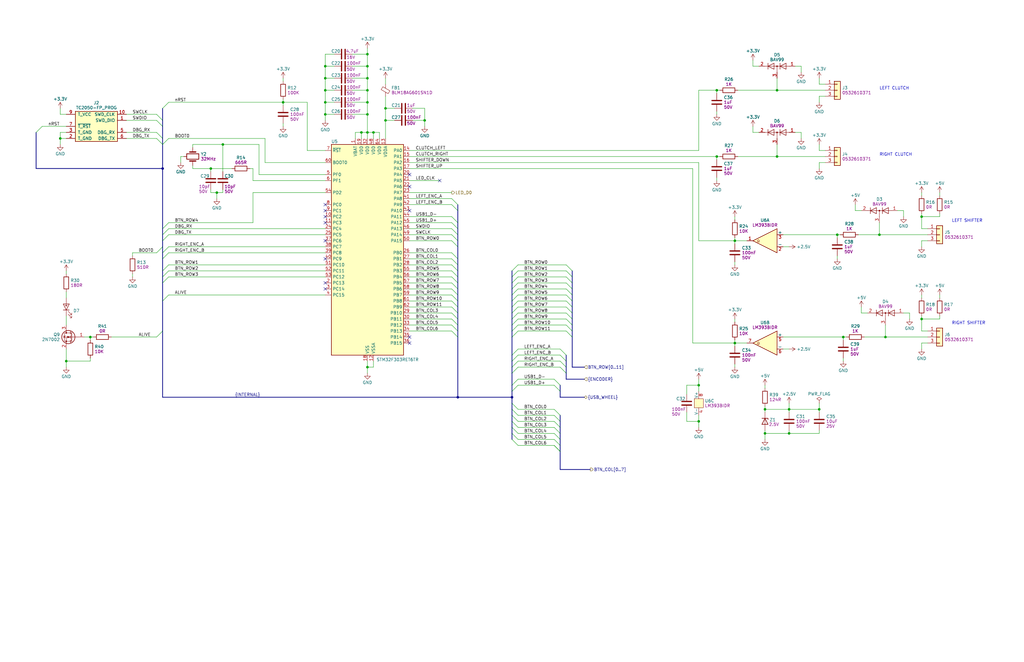
<source format=kicad_sch>
(kicad_sch (version 20230121) (generator eeschema)
  (paper "USLedger")
  (title_block (title "DIY GT Wheel Main Board") (date "2023-06-23") (rev "1.0a") (company "Electronya") (comment 1 "ENYA-SIMR-GTWL-PCMB"))
  (bus_alias "ENCODER" (members "LEFT_ENC_A" "LEFT_ENC_B" "RIGHT_ENC_A" "RIGHT_ENC_B"))
  (bus_alias "INTERNAL" (members "SWCLK" "SWDIO" "DBG_TX" "DBG_RX" "nRST" "BOOT0" "LEFT_ENC_A" "LEFT_ENC_B" "RIGHT_ENC_A" "RIGHT_ENC_B" "USB1_D+" "USB1_D-" "BTN_ROW0" "BTN_ROW1" "BTN_ROW2" "BTN_ROW3" "BTN_ROW4" "BTN_ROW5" "BTN_ROW6" "BTN_ROW7" "BTN_ROW8" "BTN_ROW9" "BTN_ROW10" "BTN_ROW11" "BTN_COL0" "BTN_COL1" "BTN_COL2" "BTN_COL3" "BTN_COL4" "BTN_COL5" "BTN_COL6" "BTN_COL07" "ALIVE"))
  (junction (at 154.94 43.18))
  (junction (at 322.58 172.72))
  (junction (at 137.16 38.1))
  (junction (at 388.62 134.62))
  (junction (at 215.9 167.64))
  (junction (at 162.56 45.72))
  (junction (at 193.04 167.64))
  (junction (at 91.44 81.28))
  (junction (at 154.94 33.02))
  (junction (at 154.94 154.94))
  (junction (at 137.16 43.18))
  (junction (at 327.66 38.1))
  (junction (at 370.84 99.06))
  (junction (at 27.94 152.4))
  (junction (at 294.64 162.56))
  (junction (at 137.16 33.02))
  (junction (at 309.88 144.78))
  (junction (at 88.9 71.12))
  (junction (at 38.1 142.24))
  (junction (at 154.94 27.94))
  (junction (at 309.88 101.6))
  (junction (at 302.26 66.04))
  (junction (at 388.62 91.44))
  (junction (at 353.06 99.06))
  (junction (at 332.74 172.72))
  (junction (at 137.16 48.26))
  (junction (at 154.94 48.26))
  (junction (at 157.48 55.88))
  (junction (at 322.58 182.88))
  (junction (at 373.38 142.24))
  (junction (at 68.58 71.12))
  (junction (at 119.38 43.18))
  (junction (at 93.98 60.96))
  (junction (at 152.4 55.88))
  (junction (at 25.4 58.42))
  (junction (at 355.6 142.24))
  (junction (at 345.44 172.72))
  (junction (at 327.66 66.04))
  (junction (at 154.94 38.1))
  (junction (at 154.94 22.86))
  (junction (at 294.64 177.8))
  (junction (at 137.16 27.94))
  (junction (at 162.56 50.8))
  (junction (at 302.26 38.1))
  (junction (at 179.07 50.8))
  (junction (at 332.74 182.88))
  (junction (at 154.94 55.88))
  (no_connect (at 172.72 73.66))
  (no_connect (at 172.72 144.78))
  (no_connect (at 137.16 119.38))
  (no_connect (at 137.16 91.44))
  (no_connect (at 172.72 78.74))
  (no_connect (at 137.16 101.6))
  (no_connect (at 137.16 88.9))
  (no_connect (at 137.16 109.22))
  (no_connect (at 137.16 86.36))
  (no_connect (at 172.72 142.24))
  (no_connect (at 137.16 121.92))
  (no_connect (at 172.72 88.9))
  (no_connect (at 185.42 76.2))
  (no_connect (at 137.16 93.98))
  (bus_entry (at 190.5 114.3) (size 2.54 2.54))
  (bus_entry (at 190.5 111.76) (size 2.54 2.54))
  (bus_entry (at 215.9 127) (size 2.54 -2.54))
  (bus_entry (at 71.12 114.3) (size -2.54 2.54))
  (bus_entry (at 215.9 170.18) (size 2.54 2.54))
  (bus_entry (at 190.5 119.38) (size 2.54 2.54))
  (bus_entry (at 66.04 142.24) (size 2.54 -2.54))
  (bus_entry (at 215.9 165.1) (size 2.54 -2.54))
  (bus_entry (at 238.76 139.7) (size 2.54 2.54))
  (bus_entry (at 215.9 177.8) (size 2.54 2.54))
  (bus_entry (at 233.68 187.96) (size 2.54 2.54))
  (bus_entry (at 190.5 101.6) (size 2.54 2.54))
  (bus_entry (at 215.9 172.72) (size 2.54 2.54))
  (bus_entry (at 190.5 99.06) (size 2.54 2.54))
  (bus_entry (at 66.04 55.88) (size 2.54 2.54))
  (bus_entry (at 190.5 83.82) (size 2.54 2.54))
  (bus_entry (at 215.9 162.56) (size 2.54 -2.54))
  (bus_entry (at 215.9 114.3) (size 2.54 -2.54))
  (bus_entry (at 236.22 147.32) (size 2.54 2.54))
  (bus_entry (at 215.9 154.94) (size 2.54 -2.54))
  (bus_entry (at 215.9 134.62) (size 2.54 -2.54))
  (bus_entry (at 71.12 104.14) (size -2.54 2.54))
  (bus_entry (at 215.9 129.54) (size 2.54 -2.54))
  (bus_entry (at 190.5 137.16) (size 2.54 2.54))
  (bus_entry (at 66.04 50.8) (size 2.54 2.54))
  (bus_entry (at 190.5 116.84) (size 2.54 2.54))
  (bus_entry (at 238.76 127) (size 2.54 2.54))
  (bus_entry (at 215.9 121.92) (size 2.54 -2.54))
  (bus_entry (at 215.9 157.48) (size 2.54 -2.54))
  (bus_entry (at 190.5 93.98) (size 2.54 2.54))
  (bus_entry (at 215.9 139.7) (size 2.54 -2.54))
  (bus_entry (at 215.9 185.42) (size 2.54 2.54))
  (bus_entry (at 190.5 91.44) (size 2.54 2.54))
  (bus_entry (at 190.5 127) (size 2.54 2.54))
  (bus_entry (at 233.68 182.88) (size 2.54 2.54))
  (bus_entry (at 215.9 152.4) (size 2.54 -2.54))
  (bus_entry (at 71.12 93.98) (size -2.54 2.54))
  (bus_entry (at 233.68 172.72) (size 2.54 2.54))
  (bus_entry (at 233.68 162.56) (size 2.54 2.54))
  (bus_entry (at 238.76 114.3) (size 2.54 2.54))
  (bus_entry (at 190.5 106.68) (size 2.54 2.54))
  (bus_entry (at 190.5 129.54) (size 2.54 2.54))
  (bus_entry (at 215.9 137.16) (size 2.54 -2.54))
  (bus_entry (at 71.12 111.76) (size -2.54 2.54))
  (bus_entry (at 68.58 104.14) (size -2.54 2.54))
  (bus_entry (at 233.68 177.8) (size 2.54 2.54))
  (bus_entry (at 238.76 132.08) (size 2.54 2.54))
  (bus_entry (at 215.9 142.24) (size 2.54 -2.54))
  (bus_entry (at 190.5 134.62) (size 2.54 2.54))
  (bus_entry (at 233.68 175.26) (size 2.54 2.54))
  (bus_entry (at 238.76 137.16) (size 2.54 2.54))
  (bus_entry (at 233.68 185.42) (size 2.54 2.54))
  (bus_entry (at 190.5 132.08) (size 2.54 2.54))
  (bus_entry (at 190.5 121.92) (size 2.54 2.54))
  (bus_entry (at 71.12 116.84) (size -2.54 2.54))
  (bus_entry (at 236.22 154.94) (size 2.54 2.54))
  (bus_entry (at 233.68 180.34) (size 2.54 2.54))
  (bus_entry (at 238.76 129.54) (size 2.54 2.54))
  (bus_entry (at 68.58 127) (size 2.54 -2.54))
  (bus_entry (at 215.9 124.46) (size 2.54 -2.54))
  (bus_entry (at 190.5 124.46) (size 2.54 2.54))
  (bus_entry (at 71.12 58.42) (size -2.54 2.54))
  (bus_entry (at 15.24 55.88) (size 2.54 -2.54))
  (bus_entry (at 66.04 58.42) (size 2.54 2.54))
  (bus_entry (at 66.04 48.26) (size 2.54 2.54))
  (bus_entry (at 215.9 116.84) (size 2.54 -2.54))
  (bus_entry (at 215.9 132.08) (size 2.54 -2.54))
  (bus_entry (at 233.68 160.02) (size 2.54 2.54))
  (bus_entry (at 71.12 106.68) (size -2.54 2.54))
  (bus_entry (at 71.12 96.52) (size -2.54 2.54))
  (bus_entry (at 238.76 111.76) (size 2.54 2.54))
  (bus_entry (at 190.5 86.36) (size 2.54 2.54))
  (bus_entry (at 190.5 96.52) (size 2.54 2.54))
  (bus_entry (at 215.9 119.38) (size 2.54 -2.54))
  (bus_entry (at 215.9 182.88) (size 2.54 2.54))
  (bus_entry (at 215.9 175.26) (size 2.54 2.54))
  (bus_entry (at 190.5 109.22) (size 2.54 2.54))
  (bus_entry (at 238.76 134.62) (size 2.54 2.54))
  (bus_entry (at 236.22 152.4) (size 2.54 2.54))
  (bus_entry (at 215.9 180.34) (size 2.54 2.54))
  (bus_entry (at 236.22 149.86) (size 2.54 2.54))
  (bus_entry (at 238.76 119.38) (size 2.54 2.54))
  (bus_entry (at 238.76 121.92) (size 2.54 2.54))
  (bus_entry (at 236.22 190.5) (size -2.54 -2.54))
  (bus_entry (at 71.12 99.06) (size -2.54 2.54))
  (bus_entry (at 190.5 139.7) (size 2.54 2.54))
  (bus_entry (at 238.76 116.84) (size 2.54 2.54))
  (bus_entry (at 215.9 149.86) (size 2.54 -2.54))
  (bus_entry (at 238.76 124.46) (size 2.54 2.54))
  (bus_entry (at 68.58 45.72) (size 2.54 -2.54))
  (wire (pts (xy 364.49 142.24) (xy 373.38 142.24)))
  (wire (pts (xy 81.28 71.12) (xy 81.28 69.85)))
  (wire (pts (xy 345.44 170.18) (xy 345.44 172.72)))
  (wire (pts (xy 172.72 129.54) (xy 190.5 129.54)))
  (wire (pts (xy 292.1 144.78) (xy 309.88 144.78)))
  (wire (pts (xy 218.44 114.3) (xy 238.76 114.3)))
  (wire (pts (xy 88.9 71.12) (xy 81.28 71.12)))
  (wire (pts (xy 137.16 38.1) (xy 140.97 38.1)))
  (wire (pts (xy 172.72 99.06) (xy 190.5 99.06)))
  (bus (pts (xy 193.04 104.14) (xy 193.04 109.22)))
  (bus (pts (xy 193.04 86.36) (xy 193.04 88.9)))
  (bus (pts (xy 215.9 175.26) (xy 215.9 177.8)))
  (bus (pts (xy 193.04 142.24) (xy 193.04 167.64)))
  (wire (pts (xy 355.6 151.13) (xy 355.6 152.4)))
  (wire (pts (xy 35.56 142.24) (xy 38.1 142.24)))
  (wire (pts (xy 81.28 62.23) (xy 81.28 60.96)))
  (bus (pts (xy 215.9 124.46) (xy 215.9 127)))
  (wire (pts (xy 27.94 55.88) (xy 25.4 55.88)))
  (wire (pts (xy 289.56 162.56) (xy 294.64 162.56)))
  (wire (pts (xy 355.6 142.24) (xy 356.87 142.24)))
  (wire (pts (xy 38.1 142.24) (xy 39.37 142.24)))
  (wire (pts (xy 361.95 99.06) (xy 370.84 99.06)))
  (bus (pts (xy 193.04 121.92) (xy 193.04 124.46)))
  (wire (pts (xy 363.22 132.08) (xy 365.76 132.08)))
  (wire (pts (xy 119.38 43.18) (xy 129.54 43.18)))
  (wire (pts (xy 53.34 58.42) (xy 66.04 58.42)))
  (wire (pts (xy 172.72 91.44) (xy 190.5 91.44)))
  (wire (pts (xy 218.44 154.94) (xy 236.22 154.94)))
  (wire (pts (xy 388.62 124.46) (xy 388.62 125.73)))
  (wire (pts (xy 172.72 134.62) (xy 190.5 134.62)))
  (wire (pts (xy 154.94 48.26) (xy 154.94 55.88)))
  (wire (pts (xy 137.16 48.26) (xy 140.97 48.26)))
  (wire (pts (xy 172.72 121.92) (xy 190.5 121.92)))
  (wire (pts (xy 157.48 55.88) (xy 157.48 58.42)))
  (wire (pts (xy 119.38 41.91) (xy 119.38 43.18)))
  (wire (pts (xy 38.1 142.24) (xy 38.1 143.51)))
  (wire (pts (xy 294.64 162.56) (xy 294.64 165.1)))
  (bus (pts (xy 215.9 152.4) (xy 215.9 154.94)))
  (wire (pts (xy 289.56 177.8) (xy 294.64 177.8)))
  (bus (pts (xy 193.04 139.7) (xy 193.04 142.24)))
  (bus (pts (xy 68.58 127) (xy 68.58 139.7)))
  (wire (pts (xy 140.97 22.86) (xy 137.16 22.86)))
  (wire (pts (xy 154.94 55.88) (xy 154.94 58.42)))
  (bus (pts (xy 215.9 167.64) (xy 215.9 170.18)))
  (wire (pts (xy 218.44 182.88) (xy 233.68 182.88)))
  (bus (pts (xy 215.9 165.1) (xy 215.9 167.64)))
  (bus (pts (xy 236.22 190.5) (xy 236.22 187.96)))
  (wire (pts (xy 337.82 55.88) (xy 337.82 58.42)))
  (wire (pts (xy 347.98 68.58) (xy 345.44 68.58)))
  (wire (pts (xy 148.59 33.02) (xy 154.94 33.02)))
  (bus (pts (xy 215.9 172.72) (xy 215.9 175.26)))
  (wire (pts (xy 388.62 134.62) (xy 388.62 139.7)))
  (wire (pts (xy 355.6 142.24) (xy 355.6 143.51)))
  (wire (pts (xy 322.58 172.72) (xy 322.58 173.99)))
  (wire (pts (xy 218.44 124.46) (xy 238.76 124.46)))
  (wire (pts (xy 148.59 27.94) (xy 154.94 27.94)))
  (wire (pts (xy 154.94 152.4) (xy 154.94 154.94)))
  (wire (pts (xy 154.94 43.18) (xy 154.94 48.26)))
  (wire (pts (xy 172.72 106.68) (xy 190.5 106.68)))
  (wire (pts (xy 345.44 63.5) (xy 347.98 63.5)))
  (bus (pts (xy 241.3 114.3) (xy 241.3 116.84)))
  (wire (pts (xy 330.2 147.32) (xy 332.74 147.32)))
  (wire (pts (xy 111.76 68.58) (xy 111.76 58.42)))
  (wire (pts (xy 109.22 73.66) (xy 137.16 73.66)))
  (wire (pts (xy 317.5 55.88) (xy 320.04 55.88)))
  (wire (pts (xy 46.99 142.24) (xy 66.04 142.24)))
  (wire (pts (xy 302.26 38.1) (xy 302.26 39.37)))
  (bus (pts (xy 215.9 129.54) (xy 215.9 132.08)))
  (wire (pts (xy 106.68 81.28) (xy 106.68 93.98)))
  (wire (pts (xy 370.84 93.98) (xy 370.84 99.06)))
  (wire (pts (xy 162.56 45.72) (xy 162.56 50.8)))
  (wire (pts (xy 77.47 66.04) (xy 76.2 66.04)))
  (wire (pts (xy 71.12 124.46) (xy 137.16 124.46)))
  (wire (pts (xy 27.94 114.3) (xy 27.94 115.57)))
  (wire (pts (xy 111.76 68.58) (xy 137.16 68.58)))
  (bus (pts (xy 238.76 154.94) (xy 238.76 157.48)))
  (wire (pts (xy 218.44 119.38) (xy 238.76 119.38)))
  (wire (pts (xy 373.38 137.16) (xy 373.38 142.24)))
  (wire (pts (xy 345.44 33.02) (xy 345.44 35.56)))
  (wire (pts (xy 91.44 81.28) (xy 93.98 81.28)))
  (wire (pts (xy 172.72 114.3) (xy 190.5 114.3)))
  (wire (pts (xy 154.94 38.1) (xy 154.94 43.18)))
  (wire (pts (xy 289.56 166.37) (xy 289.56 162.56)))
  (wire (pts (xy 311.15 38.1) (xy 327.66 38.1)))
  (bus (pts (xy 193.04 127) (xy 193.04 129.54)))
  (wire (pts (xy 71.12 106.68) (xy 137.16 106.68)))
  (wire (pts (xy 294.64 63.5) (xy 294.64 38.1)))
  (wire (pts (xy 388.62 101.6) (xy 388.62 104.14)))
  (wire (pts (xy 162.56 50.8) (xy 162.56 58.42)))
  (wire (pts (xy 148.59 48.26) (xy 154.94 48.26)))
  (wire (pts (xy 388.62 81.28) (xy 388.62 82.55)))
  (bus (pts (xy 193.04 99.06) (xy 193.04 101.6)))
  (bus (pts (xy 68.58 114.3) (xy 68.58 116.84)))
  (wire (pts (xy 97.79 71.12) (xy 88.9 71.12)))
  (wire (pts (xy 381 132.08) (xy 383.54 132.08)))
  (wire (pts (xy 172.72 101.6) (xy 190.5 101.6)))
  (wire (pts (xy 294.64 160.02) (xy 294.64 162.56)))
  (wire (pts (xy 345.44 68.58) (xy 345.44 71.12)))
  (bus (pts (xy 215.9 134.62) (xy 215.9 137.16)))
  (wire (pts (xy 218.44 149.86) (xy 236.22 149.86)))
  (bus (pts (xy 215.9 182.88) (xy 215.9 185.42)))
  (wire (pts (xy 218.44 132.08) (xy 238.76 132.08)))
  (wire (pts (xy 137.16 43.18) (xy 137.16 48.26)))
  (bus (pts (xy 193.04 134.62) (xy 193.04 137.16)))
  (wire (pts (xy 129.54 43.18) (xy 129.54 63.5)))
  (wire (pts (xy 71.12 99.06) (xy 137.16 99.06)))
  (wire (pts (xy 218.44 162.56) (xy 233.68 162.56)))
  (wire (pts (xy 25.4 48.26) (xy 27.94 48.26)))
  (wire (pts (xy 378.46 88.9) (xy 381 88.9)))
  (wire (pts (xy 55.88 115.57) (xy 55.88 116.84)))
  (wire (pts (xy 106.68 81.28) (xy 137.16 81.28)))
  (wire (pts (xy 396.24 133.35) (xy 396.24 134.62)))
  (bus (pts (xy 193.04 119.38) (xy 193.04 121.92)))
  (bus (pts (xy 215.9 119.38) (xy 215.9 121.92)))
  (wire (pts (xy 53.34 48.26) (xy 66.04 48.26)))
  (bus (pts (xy 68.58 119.38) (xy 68.58 127)))
  (bus (pts (xy 241.3 142.24) (xy 241.3 154.94)))
  (wire (pts (xy 172.72 93.98) (xy 190.5 93.98)))
  (wire (pts (xy 309.88 153.67) (xy 309.88 154.94)))
  (wire (pts (xy 154.94 27.94) (xy 154.94 33.02)))
  (wire (pts (xy 311.15 66.04) (xy 327.66 66.04)))
  (bus (pts (xy 241.3 139.7) (xy 241.3 142.24)))
  (wire (pts (xy 137.16 22.86) (xy 137.16 27.94)))
  (wire (pts (xy 218.44 187.96) (xy 233.68 187.96)))
  (bus (pts (xy 241.3 154.94) (xy 246.38 154.94)))
  (wire (pts (xy 322.58 162.56) (xy 322.58 163.83)))
  (wire (pts (xy 179.07 45.72) (xy 179.07 50.8)))
  (bus (pts (xy 241.3 127) (xy 241.3 129.54)))
  (wire (pts (xy 218.44 172.72) (xy 233.68 172.72)))
  (wire (pts (xy 396.24 124.46) (xy 396.24 125.73)))
  (wire (pts (xy 17.78 53.34) (xy 27.94 53.34)))
  (wire (pts (xy 353.06 99.06) (xy 353.06 100.33)))
  (wire (pts (xy 289.56 173.99) (xy 289.56 177.8)))
  (wire (pts (xy 81.28 60.96) (xy 93.98 60.96)))
  (wire (pts (xy 388.62 134.62) (xy 396.24 134.62)))
  (wire (pts (xy 157.48 154.94) (xy 154.94 154.94)))
  (wire (pts (xy 317.5 53.34) (xy 317.5 55.88)))
  (wire (pts (xy 179.07 50.8) (xy 179.07 53.34)))
  (bus (pts (xy 193.04 137.16) (xy 193.04 139.7)))
  (wire (pts (xy 172.72 86.36) (xy 190.5 86.36)))
  (wire (pts (xy 309.88 144.78) (xy 314.96 144.78)))
  (wire (pts (xy 162.56 40.64) (xy 162.56 45.72)))
  (bus (pts (xy 215.9 170.18) (xy 215.9 172.72)))
  (bus (pts (xy 68.58 53.34) (xy 68.58 58.42)))
  (wire (pts (xy 309.88 144.78) (xy 309.88 146.05)))
  (wire (pts (xy 332.74 170.18) (xy 332.74 172.72)))
  (wire (pts (xy 149.86 55.88) (xy 152.4 55.88)))
  (wire (pts (xy 27.94 147.32) (xy 27.94 152.4)))
  (wire (pts (xy 303.53 38.1) (xy 302.26 38.1)))
  (wire (pts (xy 71.12 93.98) (xy 106.68 93.98)))
  (bus (pts (xy 236.22 162.56) (xy 236.22 165.1)))
  (wire (pts (xy 137.16 38.1) (xy 137.16 43.18)))
  (bus (pts (xy 193.04 111.76) (xy 193.04 114.3)))
  (wire (pts (xy 88.9 81.28) (xy 91.44 81.28)))
  (bus (pts (xy 215.9 177.8) (xy 215.9 180.34)))
  (wire (pts (xy 172.72 68.58) (xy 294.64 68.58)))
  (wire (pts (xy 160.02 58.42) (xy 160.02 55.88)))
  (wire (pts (xy 27.94 133.35) (xy 27.94 137.16)))
  (bus (pts (xy 68.58 45.72) (xy 68.58 50.8)))
  (wire (pts (xy 149.86 58.42) (xy 149.86 55.88)))
  (wire (pts (xy 292.1 71.12) (xy 292.1 144.78)))
  (wire (pts (xy 172.72 119.38) (xy 190.5 119.38)))
  (bus (pts (xy 241.3 121.92) (xy 241.3 124.46)))
  (bus (pts (xy 68.58 58.42) (xy 68.58 60.96)))
  (wire (pts (xy 353.06 99.06) (xy 354.33 99.06)))
  (wire (pts (xy 309.88 101.6) (xy 309.88 102.87)))
  (wire (pts (xy 93.98 81.28) (xy 93.98 80.01)))
  (bus (pts (xy 215.9 114.3) (xy 215.9 116.84)))
  (wire (pts (xy 309.88 100.33) (xy 309.88 101.6)))
  (wire (pts (xy 330.2 99.06) (xy 353.06 99.06)))
  (wire (pts (xy 330.2 142.24) (xy 355.6 142.24)))
  (wire (pts (xy 172.72 81.28) (xy 190.5 81.28)))
  (bus (pts (xy 215.9 157.48) (xy 215.9 162.56)))
  (wire (pts (xy 137.16 48.26) (xy 137.16 50.8)))
  (bus (pts (xy 241.3 119.38) (xy 241.3 121.92)))
  (wire (pts (xy 25.4 45.72) (xy 25.4 48.26)))
  (wire (pts (xy 363.22 88.9) (xy 360.68 88.9)))
  (wire (pts (xy 172.72 124.46) (xy 190.5 124.46)))
  (wire (pts (xy 76.2 66.04) (xy 76.2 68.58)))
  (bus (pts (xy 215.9 137.16) (xy 215.9 139.7)))
  (bus (pts (xy 68.58 139.7) (xy 68.58 167.64)))
  (wire (pts (xy 353.06 107.95) (xy 353.06 109.22)))
  (wire (pts (xy 71.12 116.84) (xy 137.16 116.84)))
  (wire (pts (xy 55.88 106.68) (xy 55.88 107.95)))
  (wire (pts (xy 294.64 38.1) (xy 302.26 38.1)))
  (wire (pts (xy 55.88 106.68) (xy 66.04 106.68)))
  (wire (pts (xy 309.88 91.44) (xy 309.88 92.71)))
  (bus (pts (xy 193.04 96.52) (xy 193.04 99.06)))
  (wire (pts (xy 137.16 33.02) (xy 140.97 33.02)))
  (bus (pts (xy 68.58 106.68) (xy 68.58 109.22)))
  (wire (pts (xy 148.59 22.86) (xy 154.94 22.86)))
  (wire (pts (xy 381 88.9) (xy 381 91.44)))
  (wire (pts (xy 373.38 142.24) (xy 391.16 142.24)))
  (wire (pts (xy 309.88 101.6) (xy 314.96 101.6)))
  (wire (pts (xy 172.72 139.7) (xy 190.5 139.7)))
  (wire (pts (xy 88.9 71.12) (xy 88.9 72.39)))
  (wire (pts (xy 93.98 60.96) (xy 93.98 72.39)))
  (wire (pts (xy 303.53 66.04) (xy 302.26 66.04)))
  (wire (pts (xy 71.12 104.14) (xy 137.16 104.14)))
  (wire (pts (xy 53.34 50.8) (xy 66.04 50.8)))
  (wire (pts (xy 218.44 152.4) (xy 236.22 152.4)))
  (bus (pts (xy 236.22 180.34) (xy 236.22 177.8)))
  (wire (pts (xy 218.44 175.26) (xy 233.68 175.26)))
  (wire (pts (xy 322.58 171.45) (xy 322.58 172.72)))
  (wire (pts (xy 391.16 144.78) (xy 388.62 144.78)))
  (bus (pts (xy 68.58 99.06) (xy 68.58 101.6)))
  (wire (pts (xy 106.68 76.2) (xy 106.68 71.12)))
  (bus (pts (xy 215.9 121.92) (xy 215.9 124.46)))
  (bus (pts (xy 236.22 177.8) (xy 236.22 175.26)))
  (wire (pts (xy 322.58 182.88) (xy 322.58 185.42)))
  (bus (pts (xy 15.24 55.88) (xy 15.24 71.12)))
  (wire (pts (xy 322.58 182.88) (xy 332.74 182.88)))
  (wire (pts (xy 71.12 58.42) (xy 111.76 58.42)))
  (bus (pts (xy 68.58 71.12) (xy 68.58 96.52)))
  (wire (pts (xy 335.28 55.88) (xy 337.82 55.88)))
  (bus (pts (xy 215.9 162.56) (xy 215.9 165.1)))
  (wire (pts (xy 109.22 60.96) (xy 109.22 73.66)))
  (bus (pts (xy 238.76 160.02) (xy 246.38 160.02)))
  (wire (pts (xy 332.74 172.72) (xy 332.74 173.99)))
  (wire (pts (xy 218.44 137.16) (xy 238.76 137.16)))
  (wire (pts (xy 345.44 172.72) (xy 332.74 172.72)))
  (bus (pts (xy 68.58 104.14) (xy 68.58 106.68)))
  (wire (pts (xy 71.12 43.18) (xy 119.38 43.18)))
  (wire (pts (xy 106.68 71.12) (xy 105.41 71.12)))
  (bus (pts (xy 215.9 180.34) (xy 215.9 182.88)))
  (wire (pts (xy 294.64 177.8) (xy 294.64 180.34)))
  (wire (pts (xy 27.94 152.4) (xy 27.94 154.94)))
  (bus (pts (xy 241.3 134.62) (xy 241.3 137.16)))
  (wire (pts (xy 345.44 40.64) (xy 345.44 43.18)))
  (bus (pts (xy 215.9 142.24) (xy 215.9 149.86)))
  (wire (pts (xy 218.44 180.34) (xy 233.68 180.34)))
  (wire (pts (xy 309.88 110.49) (xy 309.88 111.76)))
  (bus (pts (xy 215.9 154.94) (xy 215.9 157.48)))
  (bus (pts (xy 68.58 109.22) (xy 68.58 114.3)))
  (bus (pts (xy 193.04 129.54) (xy 193.04 132.08)))
  (bus (pts (xy 241.3 116.84) (xy 241.3 119.38)))
  (bus (pts (xy 238.76 152.4) (xy 238.76 154.94)))
  (wire (pts (xy 172.72 111.76) (xy 190.5 111.76)))
  (wire (pts (xy 218.44 129.54) (xy 238.76 129.54)))
  (bus (pts (xy 236.22 198.12) (xy 248.92 198.12)))
  (wire (pts (xy 173.99 45.72) (xy 179.07 45.72)))
  (wire (pts (xy 91.44 81.28) (xy 91.44 83.82)))
  (wire (pts (xy 172.72 132.08) (xy 190.5 132.08)))
  (bus (pts (xy 236.22 187.96) (xy 236.22 185.42)))
  (wire (pts (xy 154.94 22.86) (xy 154.94 27.94)))
  (wire (pts (xy 137.16 33.02) (xy 137.16 38.1)))
  (wire (pts (xy 157.48 55.88) (xy 160.02 55.88)))
  (wire (pts (xy 388.62 91.44) (xy 388.62 96.52)))
  (wire (pts (xy 388.62 133.35) (xy 388.62 134.62)))
  (wire (pts (xy 172.72 83.82) (xy 190.5 83.82)))
  (wire (pts (xy 388.62 144.78) (xy 388.62 147.32)))
  (wire (pts (xy 173.99 50.8) (xy 179.07 50.8)))
  (wire (pts (xy 322.58 172.72) (xy 332.74 172.72)))
  (bus (pts (xy 238.76 157.48) (xy 238.76 160.02)))
  (wire (pts (xy 218.44 121.92) (xy 238.76 121.92)))
  (bus (pts (xy 236.22 190.5) (xy 236.22 198.12)))
  (wire (pts (xy 93.98 60.96) (xy 109.22 60.96)))
  (bus (pts (xy 68.58 60.96) (xy 68.58 71.12)))
  (bus (pts (xy 215.9 132.08) (xy 215.9 134.62)))
  (bus (pts (xy 241.3 132.08) (xy 241.3 134.62)))
  (bus (pts (xy 241.3 137.16) (xy 241.3 139.7)))
  (wire (pts (xy 360.68 88.9) (xy 360.68 86.36)))
  (wire (pts (xy 218.44 139.7) (xy 238.76 139.7)))
  (wire (pts (xy 345.44 60.96) (xy 345.44 63.5)))
  (bus (pts (xy 68.58 96.52) (xy 68.58 99.06)))
  (wire (pts (xy 172.72 66.04) (xy 302.26 66.04)))
  (wire (pts (xy 71.12 96.52) (xy 137.16 96.52)))
  (wire (pts (xy 38.1 151.13) (xy 38.1 152.4)))
  (wire (pts (xy 218.44 160.02) (xy 233.68 160.02)))
  (bus (pts (xy 68.58 167.64) (xy 193.04 167.64)))
  (bus (pts (xy 193.04 114.3) (xy 193.04 116.84)))
  (wire (pts (xy 302.26 66.04) (xy 302.26 67.31)))
  (wire (pts (xy 317.5 25.4) (xy 317.5 27.94)))
  (wire (pts (xy 152.4 55.88) (xy 154.94 55.88)))
  (wire (pts (xy 388.62 139.7) (xy 391.16 139.7)))
  (wire (pts (xy 327.66 33.02) (xy 327.66 38.1)))
  (wire (pts (xy 327.66 60.96) (xy 327.66 66.04)))
  (wire (pts (xy 370.84 99.06) (xy 391.16 99.06)))
  (bus (pts (xy 193.04 116.84) (xy 193.04 119.38)))
  (wire (pts (xy 162.56 50.8) (xy 166.37 50.8)))
  (wire (pts (xy 332.74 182.88) (xy 345.44 182.88)))
  (bus (pts (xy 193.04 132.08) (xy 193.04 134.62)))
  (wire (pts (xy 391.16 101.6) (xy 388.62 101.6)))
  (wire (pts (xy 327.66 66.04) (xy 347.98 66.04)))
  (bus (pts (xy 238.76 149.86) (xy 238.76 152.4)))
  (wire (pts (xy 294.64 175.26) (xy 294.64 177.8)))
  (wire (pts (xy 137.16 43.18) (xy 140.97 43.18)))
  (wire (pts (xy 363.22 129.54) (xy 363.22 132.08)))
  (wire (pts (xy 302.26 74.93) (xy 302.26 76.2)))
  (wire (pts (xy 172.72 96.52) (xy 190.5 96.52)))
  (wire (pts (xy 388.62 96.52) (xy 391.16 96.52)))
  (wire (pts (xy 71.12 111.76) (xy 137.16 111.76)))
  (bus (pts (xy 236.22 165.1) (xy 236.22 167.64)))
  (wire (pts (xy 332.74 181.61) (xy 332.74 182.88)))
  (wire (pts (xy 345.44 173.99) (xy 345.44 172.72)))
  (wire (pts (xy 172.72 71.12) (xy 292.1 71.12)))
  (wire (pts (xy 162.56 45.72) (xy 166.37 45.72)))
  (wire (pts (xy 154.94 154.94) (xy 154.94 157.48)))
  (wire (pts (xy 317.5 27.94) (xy 320.04 27.94)))
  (bus (pts (xy 215.9 149.86) (xy 215.9 152.4)))
  (wire (pts (xy 383.54 132.08) (xy 383.54 134.62)))
  (wire (pts (xy 218.44 111.76) (xy 238.76 111.76)))
  (wire (pts (xy 388.62 91.44) (xy 396.24 91.44)))
  (bus (pts (xy 236.22 182.88) (xy 236.22 180.34)))
  (wire (pts (xy 294.64 68.58) (xy 294.64 101.6)))
  (wire (pts (xy 162.56 33.02) (xy 162.56 35.56)))
  (bus (pts (xy 15.24 71.12) (xy 68.58 71.12)))
  (wire (pts (xy 218.44 127) (xy 238.76 127)))
  (wire (pts (xy 148.59 38.1) (xy 154.94 38.1)))
  (wire (pts (xy 137.16 27.94) (xy 140.97 27.94)))
  (wire (pts (xy 172.72 137.16) (xy 190.5 137.16)))
  (bus (pts (xy 68.58 50.8) (xy 68.58 53.34)))
  (wire (pts (xy 152.4 55.88) (xy 152.4 58.42)))
  (wire (pts (xy 88.9 80.01) (xy 88.9 81.28)))
  (bus (pts (xy 241.3 124.46) (xy 241.3 127)))
  (bus (pts (xy 215.9 116.84) (xy 215.9 119.38)))
  (wire (pts (xy 309.88 143.51) (xy 309.88 144.78)))
  (wire (pts (xy 154.94 55.88) (xy 157.48 55.88)))
  (wire (pts (xy 388.62 90.17) (xy 388.62 91.44)))
  (wire (pts (xy 309.88 134.62) (xy 309.88 135.89)))
  (wire (pts (xy 137.16 27.94) (xy 137.16 33.02)))
  (wire (pts (xy 53.34 55.88) (xy 66.04 55.88)))
  (bus (pts (xy 193.04 101.6) (xy 193.04 104.14)))
  (bus (pts (xy 215.9 139.7) (xy 215.9 142.24)))
  (wire (pts (xy 396.24 90.17) (xy 396.24 91.44)))
  (wire (pts (xy 294.64 101.6) (xy 309.88 101.6)))
  (wire (pts (xy 345.44 35.56) (xy 347.98 35.56)))
  (wire (pts (xy 172.72 127) (xy 190.5 127)))
  (wire (pts (xy 71.12 114.3) (xy 137.16 114.3)))
  (wire (pts (xy 154.94 33.02) (xy 154.94 38.1)))
  (wire (pts (xy 25.4 55.88) (xy 25.4 58.42)))
  (wire (pts (xy 25.4 58.42) (xy 25.4 60.96)))
  (wire (pts (xy 172.72 76.2) (xy 185.42 76.2)))
  (bus (pts (xy 236.22 185.42) (xy 236.22 182.88)))
  (bus (pts (xy 68.58 101.6) (xy 68.58 104.14)))
  (wire (pts (xy 27.94 152.4) (xy 38.1 152.4)))
  (wire (pts (xy 218.44 147.32) (xy 236.22 147.32)))
  (bus (pts (xy 193.04 88.9) (xy 193.04 93.98)))
  (bus (pts (xy 68.58 116.84) (xy 68.58 119.38)))
  (wire (pts (xy 322.58 181.61) (xy 322.58 182.88)))
  (wire (pts (xy 119.38 33.02) (xy 119.38 34.29)))
  (wire (pts (xy 129.54 63.5) (xy 137.16 63.5)))
  (wire (pts (xy 137.16 76.2) (xy 106.68 76.2)))
  (wire (pts (xy 327.66 38.1) (xy 347.98 38.1)))
  (wire (pts (xy 330.2 104.14) (xy 332.74 104.14)))
  (wire (pts (xy 218.44 177.8) (xy 233.68 177.8)))
  (bus (pts (xy 241.3 129.54) (xy 241.3 132.08)))
  (wire (pts (xy 119.38 43.18) (xy 119.38 44.45)))
  (wire (pts (xy 172.72 109.22) (xy 190.5 109.22)))
  (wire (pts (xy 154.94 20.32) (xy 154.94 22.86)))
  (wire (pts (xy 172.72 116.84) (xy 190.5 116.84)))
  (wire (pts (xy 25.4 58.42) (xy 27.94 58.42)))
  (wire (pts (xy 218.44 134.62) (xy 238.76 134.62)))
  (wire (pts (xy 347.98 40.64) (xy 345.44 40.64)))
  (wire (pts (xy 27.94 123.19) (xy 27.94 125.73)))
  (wire (pts (xy 148.59 43.18) (xy 154.94 43.18)))
  (bus (pts (xy 215.9 167.64) (xy 193.04 167.64)))
  (bus (pts (xy 193.04 93.98) (xy 193.04 96.52)))
  (bus (pts (xy 193.04 109.22) (xy 193.04 111.76)))
  (wire (pts (xy 119.38 52.07) (xy 119.38 53.34)))
  (bus (pts (xy 215.9 127) (xy 215.9 129.54)))
  (wire (pts (xy 172.72 63.5) (xy 294.64 63.5)))
  (bus (pts (xy 193.04 124.46) (xy 193.04 127)))
  (wire (pts (xy 335.28 27.94) (xy 337.82 27.94)))
  (wire (pts (xy 302.26 46.99) (xy 302.26 48.26)))
  (bus (pts (xy 236.22 167.64) (xy 246.38 167.64)))
  (wire (pts (xy 337.82 27.94) (xy 337.82 30.48)))
  (wire (pts (xy 396.24 81.28) (xy 396.24 82.55)))
  (wire (pts (xy 218.44 185.42) (xy 233.68 185.42)))
  (wire (pts (xy 157.48 152.4) (xy 157.48 154.94)))
  (wire (pts (xy 218.44 116.84) (xy 238.76 116.84)))
  (wire (pts (xy 345.44 181.61) (xy 345.44 182.88)))
  (text "RIGHT CLUTCH" (at 370.84 66.04 0) (effects (font (size 1.27 1.27)) (justify left bottom)))
  (text "RIGHT SHIFTER" (at 401.32 137.16 0) (effects (font (size 1.27 1.27)) (justify left bottom)))
  (text "LEFT SHIFTER" (at 401.32 93.98 0) (effects (font (size 1.27 1.27)) (justify left bottom)))
  (text "LEFT CLUTCH" (at 370.84 38.1 0) (effects (font (size 1.27 1.27)) (justify left bottom)))
  (label "BTN_ROW11" (at 220.98 139.7 0))
  (label "LEFT_ENC_B" (at 175.26 86.36 0))
  (label "RIGHT_ENC_B" (at 73.66 106.68 0))
  (label "BTN_ROW3" (at 73.66 116.84 0))
  (label "BTN_COL2" (at 220.98 177.8 0))
  (label "CLUTCH_LEFT" (at 175.26 63.5 0))
  (label "BTN_COL4" (at 220.98 182.88 0))
  (label "BTN_COL1" (at 220.98 175.26 0))
  (label "BTN_ROW0" (at 220.98 111.76 0))
  (label "BTN_ROW5" (at 175.26 114.3 0))
  (label "nRST" (at 73.66 43.18 0))
  (label "USB1_D-" (at 175.26 91.44 0))
  (label "LED_CLK" (at 175.26 76.2 0))
  (label "BTN_COL6" (at 220.98 187.96 0))
  (label "LEFT_ENC_A" (at 220.98 147.32 0))
  (label "DBG_TX" (at 73.66 99.06 0))
  (label "SWDIO" (at 55.88 50.8 0))
  (label "BTN_COL6" (at 175.26 139.7 0))
  (label "SHIFTER_DOWN" (at 175.26 68.58 0))
  (label "BTN_ROW8" (at 175.26 121.92 0))
  (label "BTN_COL5" (at 175.26 137.16 0))
  (label "USB1_D-" (at 220.98 160.02 0))
  (label "BTN_ROW10" (at 220.98 137.16 0))
  (label "CLUTCH_RIGHT" (at 175.26 66.04 0))
  (label "SWCLK" (at 175.26 99.06 0))
  (label "DBG_TX" (at 55.88 58.42 0))
  (label "USB1_D+" (at 175.26 93.98 0))
  (label "BTN_ROW9" (at 220.98 134.62 0))
  (label "BTN_ROW5" (at 220.98 124.46 0))
  (label "ALIVE" (at 58.42 142.24 0))
  (label "DBG_RX" (at 73.66 96.52 0))
  (label "BTN_ROW7" (at 175.26 119.38 0))
  (label "BTN_ROW10" (at 175.26 127 0))
  (label "SHIFTER_UP" (at 175.26 71.12 0))
  (label "BTN_COL3" (at 175.26 132.08 0))
  (label "BTN_ROW7" (at 220.98 129.54 0))
  (label "BTN_COL5" (at 220.98 185.42 0))
  (label "SWCLK" (at 55.88 48.26 0))
  (label "{INTERNAL}" (at 99.06 167.64 0))
  (label "BTN_COL2" (at 175.26 111.76 0))
  (label "BTN_COL4" (at 175.26 134.62 0))
  (label "BTN_ROW2" (at 73.66 114.3 0))
  (label "SWDIO" (at 175.26 96.52 0))
  (label "RIGHT_ENC_A" (at 220.98 152.4 0))
  (label "BTN_COL0" (at 175.26 106.68 0))
  (label "RIGHT_ENC_A" (at 73.66 104.14 0))
  (label "LEFT_ENC_A" (at 175.26 83.82 0))
  (label "BTN_ROW6" (at 220.98 127 0))
  (label "BTN_COL3" (at 220.98 180.34 0))
  (label "BTN_ROW4" (at 73.66 93.98 0))
  (label "LEFT_ENC_B" (at 220.98 149.86 0))
  (label "BOOT0" (at 58.42 106.68 0))
  (label "RIGHT_ENC_B" (at 220.98 154.94 0))
  (label "BTN_COL0" (at 220.98 172.72 0))
  (label "BTN_ROW1" (at 73.66 111.76 0))
  (label "BTN_ROW6" (at 175.26 116.84 0))
  (label "BTN_ROW0" (at 175.26 101.6 0))
  (label "BTN_ROW9" (at 175.26 124.46 0))
  (label "BTN_COL1" (at 175.26 109.22 0))
  (label "BTN_ROW1" (at 220.98 114.3 0))
  (label "BTN_ROW2" (at 220.98 116.84 0))
  (label "BTN_ROW4" (at 220.98 121.92 0))
  (label "BTN_ROW11" (at 175.26 129.54 0))
  (label "BOOT0" (at 73.66 58.42 0))
  (label "DBG_RX" (at 55.88 55.88 0))
  (label "nRST" (at 20.32 53.34 0))
  (label "ALIVE" (at 73.66 124.46 0))
  (label "USB1_D+" (at 220.98 162.56 0))
  (label "BTN_ROW3" (at 220.98 119.38 0))
  (label "BTN_ROW8" (at 220.98 132.08 0))
  (hierarchical_label "BTN_COL[0..7]" (shape output) (at 248.92 198.12 0))
  (hierarchical_label "LED_D0" (shape output) (at 190.5 81.28 0))
  (hierarchical_label "BTN_ROW[0..11]" (shape input) (at 246.38 154.94 0))
  (hierarchical_label "{ENCODER}" (shape input) (at 246.38 160.02 0))
  (hierarchical_label "{USB_WHEEL}" (shape bidirectional) (at 246.38 167.64 0))
  (symbol (lib_id "power:+3.3V") (at 345.44 60.96 0) (unit 1)
    (property "Reference" "#PWR072" (effects hide))
    (property "Value" "+3.3V" (at 345.44 57.015 0))
  )
  (symbol (lib_id "power:GND") (at 294.64 180.34 0) (unit 1)
    (property "Reference" "#PWR060" (effects hide))
    (property "Value" "GND" (at 294.64 184.285 0))
  )
  (symbol (lib_id "power:GND") (at 91.44 83.82 0) (unit 1)
    (property "Reference" "#PWR036" (effects hide))
    (property "Value" "GND" (at 91.44 87.765 0))
  )
  (symbol (lib_id "ENYA_Res_Smd_100mW:665R_0603_100MW") (at 101.6 71.12 90) (unit 1)
    (property "Reference" "R14" (at 101.6 66.524 90))
    (property "Value" "665R_0603_100MW" (effects hide))
    (property "Footprint" "Resistor_SMD:R_0603_1608Metric" (effects hide))
    (property "Manufacturer" "YAGEO" (effects hide))
    (property "Manufacturer Part Number" "RC0603FR-07665RL" (effects hide))
    (property "Digi-Key Part Number" "311-665HRCT-ND" (effects hide))
    (property "Resistance" "665R" (at 101.6 68.572 90))
  )
  (symbol (lib_id "ENYA_Test_Point_Smd:TC2050-FP_PROG") (at 40.64 53.34 0) (unit 1) (in_bom no)
    (property "Reference" "J2" (at 40.64 43.41 0))
    (property "Value" "TC2050-FP_PROG" (at 40.64 45.458 0))
    (property "Footprint" "Connector:Tag-Connect_TC2050-IDC-FP_2x05_P1.27mm_Vertical" (effects hide))
    (property "Datasheet" "https://www.tag-connect.com/wp-content/uploads/bsk-pdf-manager/TC2050-IDC_Datasheet_7.pdf" (effects hide))
    (property "Manufacturer" "TAG-CONNECT" (effects hide))
    (property "Manufacturer Part Number" "TC2050-FP" (effects hide))
  )
  (symbol (lib_id "power:GND") (at 345.44 71.12 0) (unit 1)
    (property "Reference" "#PWR067" (effects hide))
    (property "Value" "GND" (at 345.44 75.065 0))
  )
  (symbol (lib_id "ENYA_Res_Smd_100mW:0R_0603_100MW") (at 388.62 129.54 0) (unit 1)
    (property "Reference" "R18" (at 390.398 128.516 0) (effects (justify left)))
    (property "Value" "0R_0603_100MW" (effects hide))
    (property "Footprint" "Resistor_SMD:R_0603_1608Metric" (effects hide))
    (property "Manufacturer" "Panasonic Electronic Components" (effects hide))
    (property "Manufacturer Part Number" "ERJ-3GEY0R00V" (effects hide))
    (property "Digi-Key Part Number" "P0.0GCT-ND" (effects hide))
    (property "Resistance" "0R" (at 390.398 130.564 0) (effects (justify left)))
  )
  (symbol (lib_id "power:+3.3V") (at 162.56 33.02 0) (unit 1)
    (property "Reference" "#PWR028" (effects hide))
    (property "Value" "+3.3V" (at 162.56 29.075 0))
  )
  (symbol (lib_id "power:+3.3V") (at 388.62 81.28 0) (unit 1)
    (property "Reference" "#PWR029" (effects hide))
    (property "Value" "+3.3V" (at 388.62 77.335 0))
  )
  (symbol (lib_id "ENYA_Res_Smd_100mW:10K_0603_100MW") (at 38.1 147.32 0) (unit 1)
    (property "Reference" "R40" (at 39.878 146.296 0) (effects (justify left)))
    (property "Value" "10K_0603_100MW" (effects hide))
    (property "Footprint" "Resistor_SMD:R_0603_1608Metric" (effects hide))
    (property "Manufacturer" "Panasonic Electronic Components" (effects hide))
    (property "Manufacturer Part Number" "ERJ-3EKF1002V" (effects hide))
    (property "Digi-Key Part Number" "P10.0KHCT-ND" (effects hide))
    (property "Resistance" "10K" (at 39.878 148.344 0) (effects (justify left)))
  )
  (symbol (lib_id "ENYA_Connector_PicoBlade:PICO_BLADE_1x3_MALE_RA_SMD") (at 396.24 99.06 0) (unit 1)
    (property "Reference" "J5" (at 398.272 98.036 0) (effects (justify left)))
    (property "Value" "PICO_BLADE_1x3_MALE_RA_SMD" (effects hide))
    (property "Footprint" "ENYA_Connector_PicoBlade:PICO_BLADE_53261_1x3_SMD_RA_1.25MM" (effects hide))
    (property "Datasheet" "https://tools.molex.com/pdm_docs/sd/532610371_sd.pdf" (effects hide))
    (property "Manufacturer" "Molex" (effects hide))
    (property "Manufacturer Part Number" "0532610371" (at 398.272 100.084 0) (effects (justify left)))
    (property "Digi-Key Part Number" "WM7621CT-ND" (effects hide))
  )
  (symbol (lib_id "power:+3.3V") (at 309.88 91.44 0) (unit 1)
    (property "Reference" "#PWR061" (effects hide))
    (property "Value" "+3.3V" (at 309.88 87.495 0))
  )
  (symbol (lib_id "power:+3.3V") (at 154.94 20.32 0) (unit 1)
    (property "Reference" "#PWR027" (effects hide))
    (property "Value" "+3.3V" (at 154.94 16.375 0))
  )
  (symbol (lib_id "ENYA_Cap_Smd_50V:1uF_CER_0603_50V") (at 302.26 71.12 0) (unit 1)
    (property "Reference" "C37" (at 305.181 69.072 0) (effects (justify left)))
    (property "Value" "1uF_CER_0603_50V" (effects hide))
    (property "Footprint" "Capacitor_SMD:C_0603_1608Metric" (effects hide))
    (property "Manufacturer" "Taiyo Yuden" (effects hide))
    (property "Manufacturer Part Number" "UMK107BJ105KA-T" (effects hide))
    (property "Digi-Key Part Number" "587-2400-1-ND" (effects hide))
    (property "Capacitance" "1uF" (at 305.181 71.12 0) (effects (justify left)))
    (property "Voltage Rating" "50V" (at 305.181 73.168 0) (effects (justify left)))
  )
  (symbol (lib_id "ENYA_Res_Smd_100mW:0R_0603_100MW") (at 388.62 86.36 0) (unit 1)
    (property "Reference" "R16" (at 390.398 85.336 0) (effects (justify left)))
    (property "Value" "0R_0603_100MW" (effects hide))
    (property "Footprint" "Resistor_SMD:R_0603_1608Metric" (effects hide))
    (property "Manufacturer" "Panasonic Electronic Components" (effects hide))
    (property "Manufacturer Part Number" "ERJ-3GEY0R00V" (effects hide))
    (property "Digi-Key Part Number" "P0.0GCT-ND" (effects hide))
    (property "Resistance" "0R" (at 390.398 87.384 0) (effects (justify left)))
  )
  (symbol (lib_id "power:GND") (at 76.2 68.58 0) (unit 1)
    (property "Reference" "#PWR037" (effects hide))
    (property "Value" "GND" (at 76.2 72.525 0))
  )
  (symbol (lib_id "power:+5V") (at 322.58 162.56 0) (unit 1)
    (property "Reference" "#PWR055" (effects hide))
    (property "Value" "+5V" (at 322.58 158.615 0))
  )
  (symbol (lib_id "ENYA_Res_Smd_100mW:100K_0603_100MW") (at 119.38 38.1 0) (unit 1)
    (property "Reference" "R12" (at 121.158 37.076 0) (effects (justify left)))
    (property "Value" "100K_0603_100MW" (effects hide))
    (property "Footprint" "Resistor_SMD:R_0603_1608Metric" (effects hide))
    (property "Manufacturer" "Yageo" (effects hide))
    (property "Manufacturer Part Number" "RC0603FR-07100KL" (effects hide))
    (property "Digi-Key Part Number" "311-100KHRCT-ND" (effects hide))
    (property "Resistance" "100K" (at 121.158 39.124 0) (effects (justify left)))
  )
  (symbol (lib_id "ENYA_Res_Smd_100mW:1K_0603_100MW") (at 307.34 38.1 90) (unit 1)
    (property "Reference" "R26" (at 307.34 33.504 90))
    (property "Value" "1K_0603_100MW" (effects hide))
    (property "Footprint" "Resistor_SMD:R_0603_1608Metric" (effects hide))
    (property "Manufacturer" "Panasonic Electronic Components" (effects hide))
    (property "Manufacturer Part Number" "ERJ-3EKF1001V" (effects hide))
    (property "Digi-Key Part Number" "P1.00KHCT-ND" (effects hide))
    (property "Resistance" "1K" (at 307.34 35.552 90))
  )
  (symbol (lib_id "ENYA_Comparator:LM393_SOIC-8") (at 322.58 101.6 0) (mirror y) (unit 1)
    (property "Reference" "U6" (at 322.58 92.94 0))
    (property "Value" "LM393BIDR" (effects hide))
    (property "Footprint" "Package_SO:SOIC-8_3.9x4.9mm_P1.27mm" (effects hide))
    (property "Datasheet" "http://www.ti.com/lit/ds/symlink/lm393.pdf" (effects hide))
    (property "Manufacturer" "Texas Instruments" (effects hide))
    (property "Manufacturer Part Number" "LM393BIDR" (at 322.58 94.988 0))
    (property "Digi-Key Part Number" "296-LM393BIDRCT-ND" (effects hide))
  )
  (symbol (lib_id "ENYA_Res_Smd_100mW:0R_0603_100MW") (at 43.18 142.24 90) (unit 1)
    (property "Reference" "R41" (at 43.18 137.644 90))
    (property "Value" "0R_0603_100MW" (effects hide))
    (property "Footprint" "Resistor_SMD:R_0603_1608Metric" (effects hide))
    (property "Manufacturer" "Panasonic Electronic Components" (effects hide))
    (property "Manufacturer Part Number" "ERJ-3GEY0R00V" (effects hide))
    (property "Digi-Key Part Number" "P0.0GCT-ND" (effects hide))
    (property "Resistance" "0R" (at 43.18 139.692 90))
  )
  (symbol (lib_id "power:GND") (at 388.62 104.14 0) (unit 1)
    (property "Reference" "#PWR065" (effects hide))
    (property "Value" "GND" (at 388.62 108.085 0))
  )
  (symbol (lib_id "power:GND") (at 353.06 109.22 0) (unit 1)
    (property "Reference" "#PWR084" (effects hide))
    (property "Value" "GND" (at 353.06 113.165 0))
  )
  (symbol (lib_id "ENYA_Res_Smd_100mW:10K_0603_100MW") (at 309.88 96.52 0) (unit 1)
    (property "Reference" "R24" (at 311.658 95.496 0) (effects (justify left)))
    (property "Value" "10K_0603_100MW" (effects hide))
    (property "Footprint" "Resistor_SMD:R_0603_1608Metric" (effects hide))
    (property "Manufacturer" "Panasonic Electronic Components" (effects hide))
    (property "Manufacturer Part Number" "ERJ-3EKF1002V" (effects hide))
    (property "Digi-Key Part Number" "P10.0KHCT-ND" (effects hide))
    (property "Resistance" "10K" (at 311.658 97.544 0) (effects (justify left)))
  )
  (symbol (lib_id "ENYA_Diode_Zener:MMSZ5222BT1G_2.5V_500MA_SOD-123") (at 322.58 177.8 270) (unit 1)
    (property "Reference" "Z1" (at 324.485 177.165 90) (effects (justify left)))
    (property "Value" "MMSZ5222BT1G" (effects hide))
    (property "Footprint" "Diode_SMD:D_SOD-123" (effects hide))
    (property "Datasheet" "https://www.onsemi.com/pdf/datasheet/mmsz5221bt1-d.pdf" (effects hide))
    (property "Manufacturer" "onsemi" (effects hide))
    (property "Manufacturer Part Number" "MMSZ5222BT1G" (effects hide))
    (property "Digi-Key Part Number" "MMSZ5222BT1GOSCT-ND" (effects hide))
    (property "Zener Voltage" "2.5V" (at 326.39 179.07 90))
  )
  (symbol (lib_id "ENYA_Cap_Smd_50V:1uF_CER_0603_50V") (at 355.6 147.32 0) (unit 1)
    (property "Reference" "C39" (at 358.521 145.272 0) (effects (justify left)))
    (property "Value" "1uF_CER_0603_50V" (effects hide))
    (property "Footprint" "Capacitor_SMD:C_0603_1608Metric" (effects hide))
    (property "Manufacturer" "Taiyo Yuden" (effects hide))
    (property "Manufacturer Part Number" "UMK107BJ105KA-T" (effects hide))
    (property "Digi-Key Part Number" "587-2400-1-ND" (effects hide))
    (property "Capacitance" "1uF" (at 358.521 147.32 0) (effects (justify left)))
    (property "Voltage Rating" "50V" (at 358.521 149.368 0) (effects (justify left)))
  )
  (symbol (lib_id "power:GND") (at 345.44 43.18 0) (unit 1)
    (property "Reference" "#PWR068" (effects hide))
    (property "Value" "GND" (at 345.44 47.125 0))
  )
  (symbol (lib_id "ENYA_Res_Smd_100mW:180R_0603_100MW") (at 27.94 119.38 0) (unit 1)
    (property "Reference" "R30" (at 29.718 118.356 0) (effects (justify left)))
    (property "Value" "180R_0603_100MW" (effects hide))
    (property "Footprint" "Resistor_SMD:R_0603_1608Metric" (effects hide))
    (property "Manufacturer" "Yageo" (effects hide))
    (property "Manufacturer Part Number" "RC0603FR-07180RL" (effects hide))
    (property "Digi-Key Part Number" "311-180HRCT-ND" (effects hide))
    (property "Resistance" "180R" (at 29.718 120.404 0) (effects (justify left)))
  )
  (symbol (lib_id "ENYA_Diode_Rectifier:BAV99_SOT-23") (at 370.84 88.9 0) (mirror y) (unit 1)
    (property "Reference" "D3" (at 370.84 84.0754 0))
    (property "Value" "BAV99_SOT-23" (effects hide))
    (property "Footprint" "Package_TO_SOT_SMD:SOT-23" (effects hide))
    (property "Datasheet" "https://www.smc-diodes.com/propdf/BAV99%20N0595%20REV.B.pdf" (effects hide))
    (property "Manufacturer" "SMC Diode Solutions" (effects hide))
    (property "Manufacturer Part Number" "BAV99" (at 370.84 86.1234 0))
    (property "Digi-Key Part Number" "1655-BAV99CT-ND" (effects hide))
  )
  (symbol (lib_id "ENYA_Power_Symbol:+2.5V") (at 332.74 104.14 270) (unit 1)
    (property "Reference" "#PWR057" (effects hide))
    (property "Value" "+2.5V" (at 335.915 104.14 90) (effects (justify left)))
  )
  (symbol (lib_id "ENYA_Res_Smd_100mW:124R_0603_100MW") (at 322.58 167.64 0) (unit 1)
    (property "Reference" "R39" (at 324.358 166.616 0) (effects (justify left)))
    (property "Value" "124R_0603_100MW" (effects hide))
    (property "Footprint" "Resistor_SMD:R_0603_1608Metric" (effects hide))
    (property "Manufacturer" "Panasonic Electronic Components" (effects hide))
    (property "Manufacturer Part Number" "ERJ-3EKF1240V" (effects hide))
    (property "Digi-Key Part Number" "P124HCT-ND" (effects hide))
    (property "Resistance" "124R" (at 324.358 168.664 0) (effects (justify left)))
  )
  (symbol (lib_id "power:GND") (at 137.16 50.8 0) (unit 1)
    (property "Reference" "#PWR026" (effects hide))
    (property "Value" "GND" (at 137.16 54.745 0))
  )
  (symbol (lib_id "ENYA_Connector_PicoBlade:PICO_BLADE_1x3_MALE_RA_SMD") (at 353.06 38.1 0) (unit 1)
    (property "Reference" "J3" (at 355.092 37.076 0) (effects (justify left)))
    (property "Value" "PICO_BLADE_1x3_MALE_RA_SMD" (effects hide))
    (property "Footprint" "ENYA_Connector_PicoBlade:PICO_BLADE_53261_1x3_SMD_RA_1.25MM" (effects hide))
    (property "Datasheet" "https://tools.molex.com/pdm_docs/sd/532610371_sd.pdf" (effects hide))
    (property "Manufacturer" "Molex" (effects hide))
    (property "Manufacturer Part Number" "0532610371" (at 355.092 39.124 0) (effects (justify left)))
    (property "Digi-Key Part Number" "WM7621CT-ND" (effects hide))
  )
  (symbol (lib_id "ENYA_Cap_Smd_50V:100nF_CER_0603_50V") (at 170.18 50.8 90) (unit 1)
    (property "Reference" "C27" (at 167.005 49.53 90))
    (property "Value" "100nF_CER_0603_50V" (effects hide))
    (property "Footprint" "Capacitor_SMD:C_0603_1608Metric" (effects hide))
    (property "Manufacturer" "AVX Corporation" (effects hide))
    (property "Manufacturer Part Number" "06033D104MAT2A" (effects hide))
    (property "Digi-Key Part Number" "478-7905-1-ND" (effects hide))
    (property "Capacitance" "100nF" (at 174.625 49.53 90))
    (property "Voltage Rating" "50V" (at 173.355 52.07 90))
  )
  (symbol (lib_id "power:+3.3V") (at 25.4 45.72 0) (unit 1)
    (property "Reference" "#PWR034" (effects hide))
    (property "Value" "+3.3V" (at 25.4 41.775 0))
  )
  (symbol (lib_id "power:GND") (at 388.62 147.32 0) (unit 1)
    (property "Reference" "#PWR066" (effects hide))
    (property "Value" "GND" (at 388.62 151.265 0))
  )
  (symbol (lib_id "ENYA_Cap_Smd_50V:1uF_CER_0603_50V") (at 170.18 45.72 90) (unit 1)
    (property "Reference" "C21" (at 167.005 44.45 90))
    (property "Value" "1uF_CER_0603_50V" (effects hide))
    (property "Footprint" "Capacitor_SMD:C_0603_1608Metric" (effects hide))
    (property "Manufacturer" "Taiyo Yuden" (effects hide))
    (property "Manufacturer Part Number" "UMK107BJ105KA-T" (effects hide))
    (property "Digi-Key Part Number" "587-2400-1-ND" (effects hide))
    (property "Capacitance" "1uF" (at 173.355 44.45 90))
    (property "Voltage Rating" "50V" (at 173.355 46.99 90))
  )
  (symbol (lib_id "power:+3.3V") (at 27.94 114.3 0) (unit 1)
    (property "Reference" "#PWR086" (effects hide))
    (property "Value" "+3.3V" (at 27.94 110.355 0))
  )
  (symbol (lib_id "ENYA_Cap_Smd_50V:1uF_CER_0603_50V") (at 302.26 43.18 0) (unit 1)
    (property "Reference" "C36" (at 305.181 41.132 0) (effects (justify left)))
    (property "Value" "1uF_CER_0603_50V" (effects hide))
    (property "Footprint" "Capacitor_SMD:C_0603_1608Metric" (effects hide))
    (property "Manufacturer" "Taiyo Yuden" (effects hide))
    (property "Manufacturer Part Number" "UMK107BJ105KA-T" (effects hide))
    (property "Digi-Key Part Number" "587-2400-1-ND" (effects hide))
    (property "Capacitance" "1uF" (at 305.181 43.18 0) (effects (justify left)))
    (property "Voltage Rating" "50V" (at 305.181 45.228 0) (effects (justify left)))
  )
  (symbol (lib_id "power:+5V") (at 360.68 86.36 0) (unit 1)
    (property "Reference" "#PWR079" (effects hide))
    (property "Value" "+5V" (at 360.68 82.415 0))
  )
  (symbol (lib_id "power:+5V") (at 396.24 124.46 0) (unit 1)
    (property "Reference" "#PWR070" (effects hide))
    (property "Value" "+5V" (at 396.24 120.515 0))
  )
  (symbol (lib_id "ENYA_Comparator:LM393_SOIC-8") (at 322.58 144.78 0) (mirror y) (unit 2)
    (property "Reference" "U6" (at 322.58 136.12 0))
    (property "Value" "LM393BIDR" (effects hide))
    (property "Footprint" "Package_SO:SOIC-8_3.9x4.9mm_P1.27mm" (effects hide))
    (property "Datasheet" "http://www.ti.com/lit/ds/symlink/lm393.pdf" (effects hide))
    (property "Manufacturer" "Texas Instruments" (effects hide))
    (property "Manufacturer Part Number" "LM393BIDR" (at 322.58 138.168 0))
    (property "Digi-Key Part Number" "296-LM393BIDRCT-ND" (effects hide))
  )
  (symbol (lib_id "ENYA_Transistor_N-MOSFET:2N7002") (at 30.48 142.24 0) (mirror y) (unit 1)
    (property "Reference" "Q9" (at 25.273 141.216 0) (effects (justify left)))
    (property "Value" "2N7002" (at 25.273 143.264 0) (effects (justify left)))
    (property "Footprint" "Package_TO_SOT_SMD:SOT-23" (effects hide))
    (property "Datasheet" "https://www.onsemi.com/pub/Collateral/NDS7002A-D.PDF" (effects hide))
    (property "Manufacturer" "ON Semiconductor" (effects hide))
    (property "Manufacturer Part Number" "2N7002" (effects hide))
    (property "Digi-Key Part Number" "2N7002NCT-ND" (effects hide))
  )
  (symbol (lib_id "power:GND") (at 179.07 53.34 0) (unit 1)
    (property "Reference" "#PWR025" (effects hide))
    (property "Value" "GND" (at 179.07 57.285 0))
  )
  (symbol (lib_id "power:GND") (at 302.26 48.26 0) (unit 1)
    (property "Reference" "#PWR073" (effects hide))
    (property "Value" "GND" (at 302.26 52.205 0))
  )
  (symbol (lib_id "power:+3.3V") (at 317.5 25.4 0) (unit 1)
    (property "Reference" "#PWR082" (effects hide))
    (property "Value" "+3.3V" (at 317.5 21.455 0))
  )
  (symbol (lib_id "power:+3.3V") (at 388.62 124.46 0) (unit 1)
    (property "Reference" "#PWR038" (effects hide))
    (property "Value" "+3.3V" (at 388.62 120.515 0))
  )
  (symbol (lib_id "ENYA_Connector_PicoBlade:PICO_BLADE_1x3_MALE_RA_SMD") (at 353.06 66.04 0) (unit 1)
    (property "Reference" "J4" (at 355.092 65.016 0) (effects (justify left)))
    (property "Value" "PICO_BLADE_1x3_MALE_RA_SMD" (effects hide))
    (property "Footprint" "ENYA_Connector_PicoBlade:PICO_BLADE_53261_1x3_SMD_RA_1.25MM" (effects hide))
    (property "Datasheet" "https://tools.molex.com/pdm_docs/sd/532610371_sd.pdf" (effects hide))
    (property "Manufacturer" "Molex" (effects hide))
    (property "Manufacturer Part Number" "0532610371" (at 355.092 67.064 0) (effects (justify left)))
    (property "Digi-Key Part Number" "WM7621CT-ND" (effects hide))
  )
  (symbol (lib_id "power:+3.3V") (at 119.38 33.02 0) (unit 1)
    (property "Reference" "#PWR030" (effects hide))
    (property "Value" "+3.3V" (at 119.38 29.075 0))
  )
  (symbol (lib_id "power:+3.3V") (at 345.44 33.02 0) (unit 1)
    (property "Reference" "#PWR071" (effects hide))
    (property "Value" "+3.3V" (at 345.44 29.075 0))
  )
  (symbol (lib_id "ENYA_Connector_PicoBlade:PICO_BLADE_1x3_MALE_RA_SMD") (at 396.24 142.24 0) (unit 1)
    (property "Reference" "J6" (at 398.272 141.216 0) (effects (justify left)))
    (property "Value" "PICO_BLADE_1x3_MALE_RA_SMD" (effects hide))
    (property "Footprint" "ENYA_Connector_PicoBlade:PICO_BLADE_53261_1x3_SMD_RA_1.25MM" (effects hide))
    (property "Datasheet" "https://tools.molex.com/pdm_docs/sd/532610371_sd.pdf" (effects hide))
    (property "Manufacturer" "Molex" (effects hide))
    (property "Manufacturer Part Number" "0532610371" (at 398.272 143.264 0) (effects (justify left)))
    (property "Digi-Key Part Number" "WM7621CT-ND" (effects hide))
  )
  (symbol (lib_id "ENYA_Cap_Smd_50V:1uF_CER_0603_50V") (at 353.06 104.14 0) (unit 1)
    (property "Reference" "C38" (at 355.981 102.092 0) (effects (justify left)))
    (property "Value" "1uF_CER_0603_50V" (effects hide))
    (property "Footprint" "Capacitor_SMD:C_0603_1608Metric" (effects hide))
    (property "Manufacturer" "Taiyo Yuden" (effects hide))
    (property "Manufacturer Part Number" "UMK107BJ105KA-T" (effects hide))
    (property "Digi-Key Part Number" "587-2400-1-ND" (effects hide))
    (property "Capacitance" "1uF" (at 355.981 104.14 0) (effects (justify left)))
    (property "Voltage Rating" "50V" (at 355.981 106.188 0) (effects (justify left)))
  )
  (symbol (lib_id "ENYA_Cap_Smd_50V:100nF_CER_0603_50V") (at 144.78 33.02 90) (unit 1)
    (property "Reference" "C23" (at 141.605 31.75 90))
    (property "Value" "100nF_CER_0603_50V" (effects hide))
    (property "Footprint" "Capacitor_SMD:C_0603_1608Metric" (effects hide))
    (property "Manufacturer" "AVX Corporation" (effects hide))
    (property "Manufacturer Part Number" "06033D104MAT2A" (effects hide))
    (property "Digi-Key Part Number" "478-7905-1-ND" (effects hide))
    (property "Capacitance" "100nF" (at 149.225 31.75 90))
    (property "Voltage Rating" "50V" (at 147.955 34.29 90))
  )
  (symbol (lib_id "ENYA_Cap_Smd_50V:100nF_CER_0603_50V") (at 144.78 48.26 90) (unit 1)
    (property "Reference" "C26" (at 141.605 46.99 90))
    (property "Value" "100nF_CER_0603_50V" (effects hide))
    (property "Footprint" "Capacitor_SMD:C_0603_1608Metric" (effects hide))
    (property "Manufacturer" "AVX Corporation" (effects hide))
    (property "Manufacturer Part Number" "06033D104MAT2A" (effects hide))
    (property "Digi-Key Part Number" "478-7905-1-ND" (effects hide))
    (property "Capacitance" "100nF" (at 149.225 46.99 90))
    (property "Voltage Rating" "50V" (at 147.955 49.53 90))
  )
  (symbol (lib_id "power:+5V") (at 363.22 129.54 0) (unit 1)
    (property "Reference" "#PWR080" (effects hide))
    (property "Value" "+5V" (at 363.22 125.595 0))
  )
  (symbol (lib_id "ENYA_Diode_LED:GRN_SMD_0603_0.3H") (at 27.94 129.54 90) (unit 1)
    (property "Reference" "D7" (at 30.861 131.1402 90) (effects (justify right)))
    (property "Value" "GRN_SMD_0603_0.3H" (effects hide))
    (property "Footprint" "LED_SMD:LED_0603_1608Metric" (effects hide))
    (property "Datasheet" "https://www.we-online.de/katalog/datasheet/150060GS73220.pdf" (effects hide))
    (property "Manufacturer" "Würth Elektronik" (effects hide))
    (property "Manufacturer Part Number" "150060GS73220" (effects hide))
    (property "Digi-Key Part Number" "732-11995-1-ND" (effects hide))
  )
  (symbol (lib_id "ENYA_Cap_Smd_50V:100nF_CER_0603_50V") (at 289.56 170.18 0) (unit 1)
    (property "Reference" "C32" (at 285.115 168.275 0) (effects (justify left)))
    (property "Value" "100nF_CER_0603_50V" (effects hide))
    (property "Footprint" "Capacitor_SMD:C_0603_1608Metric" (effects hide))
    (property "Manufacturer" "AVX Corporation" (effects hide))
    (property "Manufacturer Part Number" "06033D104MAT2A" (effects hide))
    (property "Digi-Key Part Number" "478-7905-1-ND" (effects hide))
    (property "Capacitance" "100nF" (at 283.21 172.72 0) (effects (justify left)))
    (property "Voltage Rating" "50V" (at 283.21 174.768 0) (effects (justify left)))
  )
  (symbol (lib_id "power:GND") (at 119.38 53.34 0) (unit 1)
    (property "Reference" "#PWR031" (effects hide))
    (property "Value" "GND" (at 119.38 57.285 0))
  )
  (symbol (lib_id "ENYA_Cap_Smd_50V:100nF_CER_0603_50V") (at 309.88 149.86 0) (unit 1)
    (property "Reference" "C34" (at 312.801 147.812 0) (effects (justify left)))
    (property "Value" "100nF_CER_0603_50V" (effects hide))
    (property "Footprint" "Capacitor_SMD:C_0603_1608Metric" (effects hide))
    (property "Manufacturer" "AVX Corporation" (effects hide))
    (property "Manufacturer Part Number" "06033D104MAT2A" (effects hide))
    (property "Digi-Key Part Number" "478-7905-1-ND" (effects hide))
    (property "Capacitance" "100nF" (at 312.801 149.86 0) (effects (justify left)))
    (property "Voltage Rating" "50V" (at 312.801 151.908 0) (effects (justify left)))
  )
  (symbol (lib_id "power:GND") (at 322.58 185.42 0) (unit 1)
    (property "Reference" "#PWR054" (effects hide))
    (property "Value" "GND" (at 322.58 189.365 0))
  )
  (symbol (lib_id "ENYA_Res_Smd_100mW:0R_0603_100MW") (at 396.24 129.54 0) (unit 1)
    (property "Reference" "R17" (at 398.018 128.516 0) (effects (justify left)))
    (property "Value" "0R_0603_100MW" (effects hide))
    (property "Footprint" "Resistor_SMD:R_0603_1608Metric" (effects hide))
    (property "Manufacturer" "Panasonic Electronic Components" (effects hide))
    (property "Manufacturer Part Number" "ERJ-3GEY0R00V" (effects hide))
    (property "Digi-Key Part Number" "P0.0GCT-ND" (effects hide))
    (property "Resistance" "0R" (at 398.018 130.564 0) (effects (justify left)))
  )
  (symbol (lib_id "power:+3.3V") (at 317.5 53.34 0) (unit 1)
    (property "Reference" "#PWR081" (effects hide))
    (property "Value" "+3.3V" (at 317.5 49.395 0))
  )
  (symbol (lib_id "ENYA_MCU:STM32F303RET6TR") (at 154.94 106.68 0) (unit 1)
    (property "Reference" "U5" (at 139.7 59.69 0) (effects (justify left)))
    (property "Value" "STM32F303RET6TR" (at 158.75 151.765 0) (effects (justify left)))
    (property "Footprint" "Package_QFP:LQFP-64_10x10mm_P0.5mm" (effects hide))
    (property "Datasheet" "https://www.st.com/content/ccc/resource/technical/document/reference_manual/4a/19/6e/18/9d/92/43/32/DM00043574.pdf/files/DM00043574.pdf/jcr:content/translations/en.DM00043574.pdf" (effects hide))
    (property "Manufacturer" "STMicroelectronics" (effects hide))
    (property "Manufacturer Part Number" "STM32F303RET6TR" (effects hide))
    (property "Digi-Key Part Number" "497-18778-1-ND" (effects hide))
  )
  (symbol (lib_id "ENYA_Cap_Smd_25V:10uF_CER_1206_25V") (at 345.44 177.8 0) (unit 1)
    (property "Reference" "C35" (at 348.361 175.752 0) (effects (justify left)))
    (property "Value" "10uF_CER_1206_25V" (effects hide))
    (property "Footprint" "Capacitor_SMD:C_1206_3216Metric" (effects hide))
    (property "Manufacturer" "Murata Electronics" (effects hide))
    (property "Manufacturer Part Number" "GRM319R61E106KA12D" (effects hide))
    (property "Digi-Key Part Number" "490-5525-1-ND" (effects hide))
    (property "Capacitance" "10uF" (at 348.361 177.8 0) (effects (justify left)))
    (property "Voltage Rating" "25V" (at 348.361 179.848 0) (effects (justify left)))
  )
  (symbol (lib_id "power:PWR_FLAG") (at 345.44 170.18 0) (unit 1)
    (property "Reference" "#FLG04" (effects hide))
    (property "Value" "PWR_FLAG" (at 345.44 166.235 0))
  )
  (symbol (lib_id "ENYA_Cap_Smd_50V:10pF_CER_0603_50V") (at 88.9 76.2 0) (unit 1)
    (property "Reference" "C29" (at 84.455 74.295 0) (effects (justify left)))
    (property "Value" "10pF_CER_0603_50V" (effects hide))
    (property "Footprint" "Capacitor_SMD:C_0603_1608Metric" (effects hide))
    (property "Manufacturer" "KYOCERA AVX" (effects hide))
    (property "Manufacturer Part Number" "06035A100JAT2A" (effects hide))
    (property "Digi-Key Part Number" "478-1163-1-ND" (effects hide))
    (property "Capacitance" "10pF" (at 83.82 78.74 0) (effects (justify left)))
    (property "Voltage Rating" "50V" (at 83.82 80.788 0) (effects (justify left)))
  )
  (symbol (lib_id "ENYA_Ferrite_Smd:600R_100MHz_0R38_0603") (at 162.56 38.1 0) (unit 1)
    (property "Reference" "FB1" (at 165.0238 37.0379 0) (effects (justify left)))
    (property "Value" "600R_100MHz_0R38_0603" (effects hide))
    (property "Footprint" "Inductor_SMD:L_0603_1608Metric" (effects hide))
    (property "Manufacturer" "Murata Electronics" (effects hide))
    (property "Manufacturer Part Number" "BLM18AG601SN1D" (at 165.0238 39.0859 0) (effects (justify left)))
    (property "Digi-Key Part Number" "490-1014-1-ND" (effects hide))
  )
  (symbol (lib_id "ENYA_Res_Smd_100mW:510R_0603_100MW") (at 55.88 111.76 0) (unit 1)
    (property "Reference" "R13" (at 57.658 110.736 0) (effects (justify left)))
    (property "Value" "510R_0603_100MW" (effects hide))
    (property "Footprint" "Resistor_SMD:R_0603_1608Metric" (effects hide))
    (property "Manufacturer" "Yageo" (effects hide))
    (property "Manufacturer Part Number" "RC0603FR-07510RL" (effects hide))
    (property "Digi-Key Part Number" "311-510HRCT-ND" (effects hide))
    (property "Resistance" "510R" (at 57.658 112.784 0) (effects (justify left)))
  )
  (symbol (lib_id "Diode:BAV99") (at 327.66 27.94 0) (mirror y) (unit 1)
    (property "Reference" "D5" (at 327.66 23.1154 0))
    (property "Value" "BAV99" (at 327.66 25.1634 0))
    (property "Footprint" "Package_TO_SOT_SMD:SOT-23" (effects hide))
    (property "Datasheet" "https://assets.nexperia.com/documents/data-sheet/BAV99_SER.pdf" (effects hide))
  )
  (symbol (lib_id "power:GND") (at 355.6 152.4 0) (unit 1)
    (property "Reference" "#PWR083" (effects hide))
    (property "Value" "GND" (at 355.6 156.345 0))
  )
  (symbol (lib_id "ENYA_Cap_Smd_50V:100nF_CER_0603_50V") (at 144.78 38.1 90) (unit 1)
    (property "Reference" "C24" (at 141.605 36.83 90))
    (property "Value" "100nF_CER_0603_50V" (effects hide))
    (property "Footprint" "Capacitor_SMD:C_0603_1608Metric" (effects hide))
    (property "Manufacturer" "AVX Corporation" (effects hide))
    (property "Manufacturer Part Number" "06033D104MAT2A" (effects hide))
    (property "Digi-Key Part Number" "478-7905-1-ND" (effects hide))
    (property "Capacitance" "100nF" (at 149.225 36.83 90))
    (property "Voltage Rating" "50V" (at 147.955 39.37 90))
  )
  (symbol (lib_id "power:GND") (at 25.4 60.96 0) (unit 1)
    (property "Reference" "#PWR033" (effects hide))
    (property "Value" "GND" (at 25.4 64.905 0))
  )
  (symbol (lib_id "power:GND") (at 309.88 111.76 0) (unit 1)
    (property "Reference" "#PWR063" (effects hide))
    (property "Value" "GND" (at 309.88 115.705 0))
  )
  (symbol (lib_id "ENYA_Cap_Smd_50V:100nF_CER_0603_50V") (at 309.88 106.68 0) (unit 1)
    (property "Reference" "C33" (at 312.801 104.632 0) (effects (justify left)))
    (property "Value" "100nF_CER_0603_50V" (effects hide))
    (property "Footprint" "Capacitor_SMD:C_0603_1608Metric" (effects hide))
    (property "Manufacturer" "AVX Corporation" (effects hide))
    (property "Manufacturer Part Number" "06033D104MAT2A" (effects hide))
    (property "Digi-Key Part Number" "478-7905-1-ND" (effects hide))
    (property "Capacitance" "100nF" (at 312.801 106.68 0) (effects (justify left)))
    (property "Voltage Rating" "50V" (at 312.801 108.728 0) (effects (justify left)))
  )
  (symbol (lib_id "power:GND") (at 337.82 30.48 0) (unit 1)
    (property "Reference" "#PWR078" (effects hide))
    (property "Value" "GND" (at 337.82 34.425 0))
  )
  (symbol (lib_id "ENYA_Comparator:LM393_SOIC-8") (at 294.64 170.18 0) (mirror y) (unit 3)
    (property "Reference" "U6" (at 297.18 169.156 0) (effects (justify right)))
    (property "Value" "LM393BIDR" (effects hide))
    (property "Footprint" "Package_SO:SOIC-8_3.9x4.9mm_P1.27mm" (effects hide))
    (property "Datasheet" "http://www.ti.com/lit/ds/symlink/lm393.pdf" (effects hide))
    (property "Manufacturer" "Texas Instruments" (effects hide))
    (property "Manufacturer Part Number" "LM393BIDR" (at 297.18 171.204 0) (effects (justify right)))
    (property "Digi-Key Part Number" "296-LM393BIDRCT-ND" (effects hide))
  )
  (symbol (lib_id "ENYA_Res_Smd_100mW:0R_0603_100MW") (at 396.24 86.36 0) (unit 1)
    (property "Reference" "R15" (at 398.018 85.336 0) (effects (justify left)))
    (property "Value" "0R_0603_100MW" (effects hide))
    (property "Footprint" "Resistor_SMD:R_0603_1608Metric" (effects hide))
    (property "Manufacturer" "Panasonic Electronic Components" (effects hide))
    (property "Manufacturer Part Number" "ERJ-3GEY0R00V" (effects hide))
    (property "Digi-Key Part Number" "P0.0GCT-ND" (effects hide))
    (property "Resistance" "0R" (at 398.018 87.384 0) (effects (justify left)))
  )
  (symbol (lib_id "ENYA_Cap_Smd_50V:100nF_CER_0603_50V") (at 144.78 43.18 90) (unit 1)
    (property "Reference" "C25" (at 141.605 41.91 90))
    (property "Value" "100nF_CER_0603_50V" (effects hide))
    (property "Footprint" "Capacitor_SMD:C_0603_1608Metric" (effects hide))
    (property "Manufacturer" "AVX Corporation" (effects hide))
    (property "Manufacturer Part Number" "06033D104MAT2A" (effects hide))
    (property "Digi-Key Part Number" "478-7905-1-ND" (effects hide))
    (property "Capacitance" "100nF" (at 149.225 41.91 90))
    (property "Voltage Rating" "50V" (at 147.955 44.45 90))
  )
  (symbol (lib_name "+2.5V_1") (lib_id "ENYA_Power_Symbol:+2.5V") (at 332.74 170.18 0) (unit 1)
    (property "Reference" "#PWR056" (effects hide))
    (property "Value" "+2.5V" (at 332.74 166.235 0))
  )
  (symbol (lib_id "ENYA_Cap_Smd_50V:100nF_CER_0603_50V") (at 332.74 177.8 0) (unit 1)
    (property "Reference" "C31" (at 335.661 175.752 0) (effects (justify left)))
    (property "Value" "100nF_CER_0603_50V" (effects hide))
    (property "Footprint" "Capacitor_SMD:C_0603_1608Metric" (effects hide))
    (property "Manufacturer" "AVX Corporation" (effects hide))
    (property "Manufacturer Part Number" "06033D104MAT2A" (effects hide))
    (property "Digi-Key Part Number" "478-7905-1-ND" (effects hide))
    (property "Capacitance" "100nF" (at 335.661 177.8 0) (effects (justify left)))
    (property "Voltage Rating" "50V" (at 335.661 179.848 0) (effects (justify left)))
  )
  (symbol (lib_name "+2.5V_2") (lib_id "ENYA_Power_Symbol:+2.5V") (at 332.74 147.32 270) (unit 1)
    (property "Reference" "#PWR058" (effects hide))
    (property "Value" "+2.5V" (at 335.915 147.32 90) (effects (justify left)))
  )
  (symbol (lib_id "ENYA_Cap_Smd_50V:100nF_CER_0603_50V") (at 144.78 27.94 90) (unit 1)
    (property "Reference" "C22" (at 141.605 26.67 90))
    (property "Value" "100nF_CER_0603_50V" (effects hide))
    (property "Footprint" "Capacitor_SMD:C_0603_1608Metric" (effects hide))
    (property "Manufacturer" "AVX Corporation" (effects hide))
    (property "Manufacturer Part Number" "06033D104MAT2A" (effects hide))
    (property "Digi-Key Part Number" "478-7905-1-ND" (effects hide))
    (property "Capacitance" "100nF" (at 149.225 26.67 90))
    (property "Voltage Rating" "50V" (at 147.955 29.21 90))
  )
  (symbol (lib_id "power:+5V") (at 294.64 160.02 0) (unit 1)
    (property "Reference" "#PWR059" (effects hide))
    (property "Value" "+5V" (at 294.64 156.075 0))
  )
  (symbol (lib_id "power:GND") (at 337.82 58.42 0) (unit 1)
    (property "Reference" "#PWR077" (effects hide))
    (property "Value" "GND" (at 337.82 62.365 0))
  )
  (symbol (lib_id "power:GND") (at 302.26 76.2 0) (unit 1)
    (property "Reference" "#PWR074" (effects hide))
    (property "Value" "GND" (at 302.26 80.145 0))
  )
  (symbol (lib_id "ENYA_Diode_Rectifier:BAV99_SOT-23") (at 327.66 55.88 0) (mirror y) (unit 1)
    (property "Reference" "D6" (at 327.66 51.0554 0))
    (property "Value" "BAV99_SOT-23" (effects hide))
    (property "Footprint" "Package_TO_SOT_SMD:SOT-23" (effects hide))
    (property "Datasheet" "https://www.smc-diodes.com/propdf/BAV99%20N0595%20REV.B.pdf" (effects hide))
    (property "Manufacturer" "SMC Diode Solutions" (effects hide))
    (property "Manufacturer Part Number" "BAV99" (at 327.66 53.1034 0))
    (property "Digi-Key Part Number" "1655-BAV99CT-ND" (effects hide))
  )
  (symbol (lib_id "power:GND") (at 383.54 134.62 0) (unit 1)
    (property "Reference" "#PWR075" (effects hide))
    (property "Value" "GND" (at 383.54 138.565 0))
  )
  (symbol (lib_id "power:GND") (at 27.94 154.94 0) (unit 1)
    (property "Reference" "#PWR085" (effects hide))
    (property "Value" "GND" (at 27.94 158.885 0))
  )
  (symbol (lib_id "ENYA_Res_Smd_100mW:1K_0603_100MW") (at 307.34 66.04 90) (unit 1)
    (property "Reference" "R27" (at 307.34 61.444 90))
    (property "Value" "1K_0603_100MW" (effects hide))
    (property "Footprint" "Resistor_SMD:R_0603_1608Metric" (effects hide))
    (property "Manufacturer" "Panasonic Electronic Components" (effects hide))
    (property "Manufacturer Part Number" "ERJ-3EKF1001V" (effects hide))
    (property "Digi-Key Part Number" "P1.00KHCT-ND" (effects hide))
    (property "Resistance" "1K" (at 307.34 63.492 90))
  )
  (symbol (lib_id "power:GND") (at 154.94 157.48 0) (unit 1)
    (property "Reference" "#PWR017" (effects hide))
    (property "Value" "GND" (at 154.94 161.425 0))
  )
  (symbol (lib_id "ENYA_Diode_Rectifier:BAV99_SOT-23") (at 373.38 132.08 0) (mirror y) (unit 1)
    (property "Reference" "D4" (at 373.38 127.2554 0))
    (property "Value" "BAV99_SOT-23" (effects hide))
    (property "Footprint" "Package_TO_SOT_SMD:SOT-23" (effects hide))
    (property "Datasheet" "https://www.smc-diodes.com/propdf/BAV99%20N0595%20REV.B.pdf" (effects hide))
    (property "Manufacturer" "SMC Diode Solutions" (effects hide))
    (property "Manufacturer Part Number" "BAV99" (at 373.38 129.3034 0))
    (property "Digi-Key Part Number" "1655-BAV99CT-ND" (effects hide))
  )
  (symbol (lib_id "power:GND") (at 309.88 154.94 0) (unit 1)
    (property "Reference" "#PWR064" (effects hide))
    (property "Value" "GND" (at 309.88 158.885 0))
  )
  (symbol (lib_id "power:GND") (at 381 91.44 0) (unit 1)
    (property "Reference" "#PWR076" (effects hide))
    (property "Value" "GND" (at 381 95.385 0))
  )
  (symbol (lib_id "ENYA_Res_Smd_100mW:1K_0603_100MW") (at 358.14 99.06 90) (unit 1)
    (property "Reference" "R28" (at 358.14 94.464 90))
    (property "Value" "1K_0603_100MW" (effects hide))
    (property "Footprint" "Resistor_SMD:R_0603_1608Metric" (effects hide))
    (property "Manufacturer" "Panasonic Electronic Components" (effects hide))
    (property "Manufacturer Part Number" "ERJ-3EKF1001V" (effects hide))
    (property "Digi-Key Part Number" "P1.00KHCT-ND" (effects hide))
    (property "Resistance" "1K" (at 358.14 96.512 90))
  )
  (symbol (lib_id "ENYA_Crystal:ABM10_32MHz_10pF_SMD4_2.5x2.0") (at 81.28 66.04 270) (unit 1)
    (property "Reference" "Y2" (at 84.6074 65.016 90) (effects (justify left)))
    (property "Value" "ABM10_32MHz_10pF_SMD4_2.5x2.0" (effects hide))
    (property "Footprint" "ENYA_Crystal:ABM10_SMD4_2.5x2.0mm" (effects hide))
    (property "Datasheet" "https://abracon.com/Resonators/ABM10.pdf" (effects hide))
    (property "Manufacturer" "Abracon LLC" (effects hide))
    (property "Manufacturer Part Number" "ABM10-32.000MHZ-D30-T3" (effects hide))
    (property "Digi-Key Part Number" "535-10936-1-ND" (effects hide))
    (property "Frequency" "32MHz" (at 84.6074 67.064 90) (effects (justify left)))
  )
  (symbol (lib_id "ENYA_Cap_Smd_50V:10pF_CER_0603_50V") (at 93.98 76.2 0) (unit 1)
    (property "Reference" "C30" (at 94.615 74.295 0) (effects (justify left)))
    (property "Value" "10pF_CER_0603_50V" (effects hide))
    (property "Footprint" "Capacitor_SMD:C_0603_1608Metric" (effects hide))
    (property "Manufacturer" "KYOCERA AVX" (effects hide))
    (property "Manufacturer Part Number" "06035A100JAT2A" (effects hide))
    (property "Digi-Key Part Number" "478-1163-1-ND" (effects hide))
    (property "Capacitance" "10pF" (at 94.615 78.74 0) (effects (justify left)))
    (property "Voltage Rating" "50V" (at 94.615 80.788 0) (effects (justify left)))
  )
  (symbol (lib_id "ENYA_Res_Smd_100mW:10K_0603_100MW") (at 309.88 139.7 0) (unit 1)
    (property "Reference" "R25" (at 311.658 138.676 0) (effects (justify left)))
    (property "Value" "10K_0603_100MW" (effects hide))
    (property "Footprint" "Resistor_SMD:R_0603_1608Metric" (effects hide))
    (property "Manufacturer" "Panasonic Electronic Components" (effects hide))
    (property "Manufacturer Part Number" "ERJ-3EKF1002V" (effects hide))
    (property "Digi-Key Part Number" "P10.0KHCT-ND" (effects hide))
    (property "Resistance" "10K" (at 311.658 140.724 0) (effects (justify left)))
  )
  (symbol (lib_id "power:+5V") (at 396.24 81.28 0) (unit 1)
    (property "Reference" "#PWR069" (effects hide))
    (property "Value" "+5V" (at 396.24 77.335 0))
  )
  (symbol (lib_id "power:GND") (at 55.88 116.84 0) (unit 1)
    (property "Reference" "#PWR032" (effects hide))
    (property "Value" "GND" (at 55.88 120.785 0))
  )
  (symbol (lib_id "ENYA_Cap_Smd_50V:100nF_CER_0603_50V") (at 119.38 48.26 0) (unit 1)
    (property "Reference" "C28" (at 122.301 46.212 0) (effects (justify left)))
    (property "Value" "100nF_CER_0603_50V" (effects hide))
    (property "Footprint" "Capacitor_SMD:C_0603_1608Metric" (effects hide))
    (property "Manufacturer" "AVX Corporation" (effects hide))
    (property "Manufacturer Part Number" "06033D104MAT2A" (effects hide))
    (property "Digi-Key Part Number" "478-7905-1-ND" (effects hide))
    (property "Capacitance" "100nF" (at 122.301 48.26 0) (effects (justify left)))
    (property "Voltage Rating" "50V" (at 122.301 50.308 0) (effects (justify left)))
  )
  (symbol (lib_id "ENYA_Res_Smd_100mW:1K_0603_100MW") (at 360.68 142.24 90) (unit 1)
    (property "Reference" "R29" (at 360.68 137.644 90))
    (property "Value" "1K_0603_100MW" (effects hide))
    (property "Footprint" "Resistor_SMD:R_0603_1608Metric" (effects hide))
    (property "Manufacturer" "Panasonic Electronic Components" (effects hide))
    (property "Manufacturer Part Number" "ERJ-3EKF1001V" (effects hide))
    (property "Digi-Key Part Number" "P1.00KHCT-ND" (effects hide))
    (property "Resistance" "1K" (at 360.68 139.692 90))
  )
  (symbol (lib_id "ENYA_Cap_Smd_16V:4.7uF_CER_0805_16V") (at 144.78 22.86 90) (unit 1)
    (property "Reference" "C20" (at 141.605 21.59 90))
    (property "Value" "4.7uF_CER_0805_16V" (effects hide))
    (property "Footprint" "Capacitor_SMD:C_0805_2012Metric" (effects hide))
    (property "Manufacturer" "Samsung Electro-Mechanics" (effects hide))
    (property "Manufacturer Part Number" "CL21B475KOFNNNE" (effects hide))
    (property "Digi-Key Part Number" "1276-2873-1-ND" (effects hide))
    (property "Capacitance" "4.7uF" (at 148.59 21.59 90))
    (property "Voltage Rating" "16V" (at 147.955 24.13 90))
  )
  (symbol (lib_id "power:+3.3V") (at 309.88 134.62 0) (unit 1)
    (property "Reference" "#PWR062" (effects hide))
    (property "Value" "+3.3V" (at 309.88 130.675 0))
  )
)
</source>
